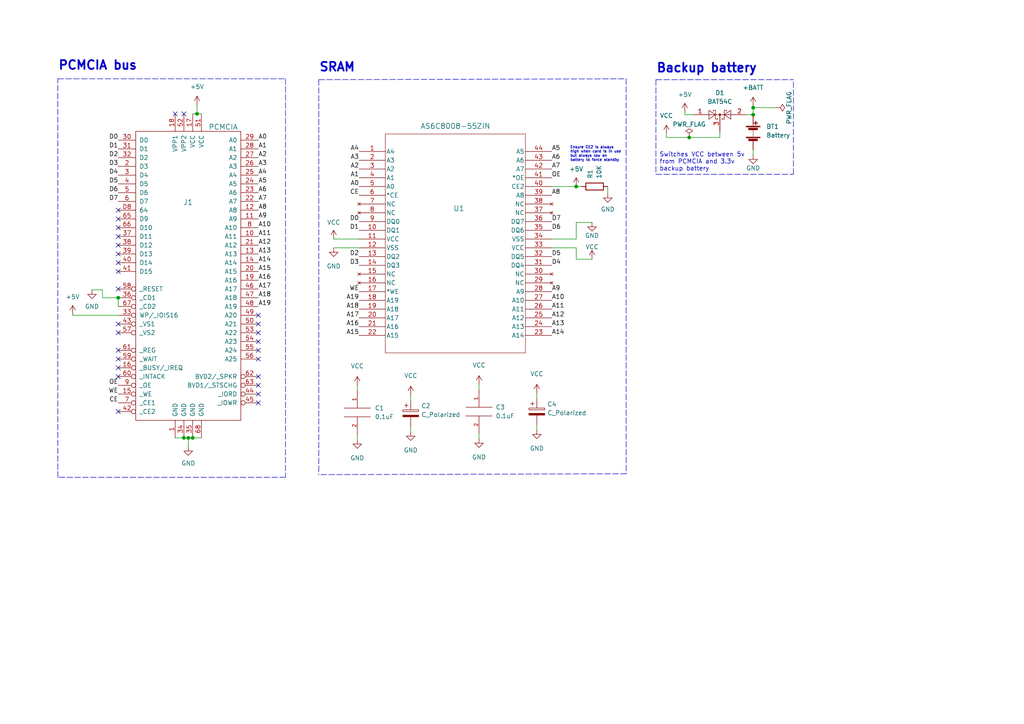
<source format=kicad_sch>
(kicad_sch (version 20211123) (generator eeschema)
  (paper "A4")
  (title_block (title "PCMCIA SRAM card") (date "2023-12-10") (rev "1"))
  (lib_symbols
    (symbol "Device:Battery" (pin_numbers hide) (pin_names (offset 0) hide)
      (property "Reference" "BT" (at 2.54 2.54 0))
      (property "Value" "Battery" (at 2.54 0 0))
      (symbol "Battery_0_1"
        (rectangle (start -2.032 -1.397) (end 2.032 -1.651) (fill (type outline)))
        (rectangle (start -2.032 1.778) (end 2.032 1.524) (fill (type outline)))
        (rectangle (start -1.3208 -1.9812) (end 1.27 -2.4892) (fill (type outline)))
        (rectangle (start -1.3208 1.1938) (end 1.27 0.6858) (fill (type outline)))
        (polyline (pts (xy 0 -1.524) (xy 0 -1.27)))
        (polyline (pts (xy 0 -1.016) (xy 0 -0.762)))
        (polyline (pts (xy 0 -0.508) (xy 0 -0.254)))
        (polyline (pts (xy 0 0) (xy 0 0.254)))
        (polyline (pts (xy 0 0.508) (xy 0 0.762)))
        (polyline (pts (xy 0 1.778) (xy 0 2.54)))
        (polyline (pts (xy 0.254 2.667) (xy 1.27 2.667)) (stroke (width 0.254)))
        (polyline (pts (xy 0.762 3.175) (xy 0.762 2.159)) (stroke (width 0.254)))
      )
      (symbol "Battery_1_1"
        (pin passive line (at 0 5.08 270) (length 2.54) (name "+") (number "1"))
        (pin passive line (at 0 -5.08 90) (length 2.54) (name "-") (number "2"))
      )
    )
    (symbol "Device:C_Polarized" (pin_numbers hide) (pin_names (offset 0.254))
      (property "Reference" "C" (at 0.635 2.54 0))
      (property "Value" "C_Polarized" (at 0.635 -2.54 0))
      (symbol "C_Polarized_0_1"
        (rectangle (start -2.286 0.508) (end 2.286 1.016))
        (polyline (pts (xy -1.778 2.286) (xy -0.762 2.286)))
        (polyline (pts (xy -1.27 2.794) (xy -1.27 1.778)))
        (rectangle (start 2.286 -0.508) (end -2.286 -1.016) (fill (type outline)))
      )
      (symbol "C_Polarized_1_1"
        (pin passive line (at 0 3.81 270) (length 2.794) (name "~") (number "1"))
        (pin passive line (at 0 -3.81 90) (length 2.794) (name "~") (number "2"))
      )
    )
    (symbol "Device:R" (pin_numbers hide) (pin_names (offset 0))
      (property "Reference" "R" (at 2.032 0 90))
      (property "Value" "R" (at 0 0 90))
      (symbol "R_0_1"
        (rectangle (start -1.016 -2.54) (end 1.016 2.54) (stroke (width 0.254)))
      )
      (symbol "R_1_1"
        (pin passive line (at 0 3.81 270) (length 1.27) (name "~") (number "1"))
        (pin passive line (at 0 -3.81 90) (length 1.27) (name "~") (number "2"))
      )
    )
    (symbol "Diode:BAT54C" (pin_names (offset 1.016))
      (property "Reference" "D" (at 0.635 -3.81 0))
      (property "Value" "BAT54C" (at -6.35 3.175 0))
      (symbol "BAT54C_0_1"
        (polyline (pts (xy -1.905 0) (xy 1.905 0)))
        (polyline (pts (xy -1.905 1.27) (xy -1.905 1.016)))
        (polyline (pts (xy -1.27 -1.27) (xy -0.635 -1.27)))
        (polyline (pts (xy -1.27 0) (xy -3.81 0)))
        (polyline (pts (xy -1.27 1.27) (xy -1.905 1.27)))
        (polyline (pts (xy -1.27 1.27) (xy -1.27 -1.27)))
        (polyline (pts (xy -0.635 -1.27) (xy -0.635 -1.016)))
        (polyline (pts (xy 0.635 -1.27) (xy 0.635 -1.016)))
        (polyline (pts (xy 1.27 -1.27) (xy 0.635 -1.27)))
        (polyline (pts (xy 1.27 1.27) (xy 1.27 -1.27)))
        (polyline (pts (xy 1.27 1.27) (xy 1.905 1.27)))
        (polyline (pts (xy 1.905 1.27) (xy 1.905 1.016)))
        (polyline (pts (xy 3.81 0) (xy 1.27 0)))
        (polyline (pts (xy -3.175 -1.27) (xy -3.175 1.27) (xy -1.27 0) (xy -3.175 -1.27)))
        (polyline (pts (xy 3.175 -1.27) (xy 3.175 1.27) (xy 1.27 0) (xy 3.175 -1.27)))
        (circle (center 0 0) (radius 0.254) (fill (type outline)))
      )
      (symbol "BAT54C_1_1"
        (pin passive line (at -7.62 0 0) (length 3.81) (name "~") (number "1"))
        (pin passive line (at 7.62 0 180) (length 3.81) (name "~") (number "2"))
        (pin passive line (at 0 -5.08 90) (length 5.08) (name "~") (number "3"))
      )
    )
    (symbol "pcmcia:AS6C8008-55ZIN" (pin_names (offset 0.254))
      (property "Reference" "U" (at 27.94 10.16 0))
      (property "Value" "AS6C8008-55ZIN" (at 27.94 7.62 0))
      (symbol "AS6C8008-55ZIN_0_1"
        (polyline (pts (xy 7.62 -58.42) (xy 48.26 -58.42)) (stroke (width 0.127)))
        (polyline (pts (xy 7.62 5.08) (xy 7.62 -58.42)) (stroke (width 0.127)))
        (polyline (pts (xy 48.26 -58.42) (xy 48.26 5.08)) (stroke (width 0.127)))
        (polyline (pts (xy 48.26 5.08) (xy 7.62 5.08)) (stroke (width 0.127)))
        (pin input line (at 0 0 0) (length 7.62) (name "A4") (number "1"))
        (pin bidirectional line (at 0 -22.86 0) (length 7.62) (name "DQ1") (number "10"))
        (pin power_in line (at 0 -25.4 0) (length 7.62) (name "VCC") (number "11"))
        (pin power_in line (at 0 -27.94 0) (length 7.62) (name "VSS") (number "12"))
        (pin bidirectional line (at 0 -30.48 0) (length 7.62) (name "DQ2") (number "13"))
        (pin bidirectional line (at 0 -33.02 0) (length 7.62) (name "DQ3") (number "14"))
        (pin no_connect line (at 0 -35.56 0) (length 7.62) (name "NC") (number "15"))
        (pin no_connect line (at 0 -38.1 0) (length 7.62) (name "NC") (number "16"))
        (pin input line (at 0 -40.64 0) (length 7.62) (name "*WE") (number "17"))
        (pin input line (at 0 -43.18 0) (length 7.62) (name "A19") (number "18"))
        (pin input line (at 0 -45.72 0) (length 7.62) (name "A18") (number "19"))
        (pin input line (at 0 -2.54 0) (length 7.62) (name "A3") (number "2"))
        (pin input line (at 0 -48.26 0) (length 7.62) (name "A17") (number "20"))
        (pin input line (at 0 -50.8 0) (length 7.62) (name "A16") (number "21"))
        (pin input line (at 0 -53.34 0) (length 7.62) (name "A15") (number "22"))
        (pin input line (at 55.88 -53.34 180) (length 7.62) (name "A14") (number "23"))
        (pin input line (at 55.88 -50.8 180) (length 7.62) (name "A13") (number "24"))
        (pin input line (at 55.88 -48.26 180) (length 7.62) (name "A12") (number "25"))
        (pin input line (at 55.88 -45.72 180) (length 7.62) (name "A11") (number "26"))
        (pin input line (at 55.88 -43.18 180) (length 7.62) (name "A10") (number "27"))
        (pin input line (at 55.88 -40.64 180) (length 7.62) (name "A9") (number "28"))
        (pin no_connect line (at 55.88 -38.1 180) (length 7.62) (name "NC") (number "29"))
        (pin input line (at 0 -5.08 0) (length 7.62) (name "A2") (number "3"))
        (pin no_connect line (at 55.88 -35.56 180) (length 7.62) (name "NC") (number "30"))
        (pin bidirectional line (at 55.88 -33.02 180) (length 7.62) (name "DQ4") (number "31"))
        (pin bidirectional line (at 55.88 -30.48 180) (length 7.62) (name "DQ5") (number "32"))
        (pin power_in line (at 55.88 -27.94 180) (length 7.62) (name "VCC") (number "33"))
        (pin power_in line (at 55.88 -25.4 180) (length 7.62) (name "VSS") (number "34"))
        (pin bidirectional line (at 55.88 -22.86 180) (length 7.62) (name "DQ6") (number "35"))
        (pin bidirectional line (at 55.88 -20.32 180) (length 7.62) (name "DQ7") (number "36"))
        (pin no_connect line (at 55.88 -17.78 180) (length 7.62) (name "NC") (number "37"))
        (pin no_connect line (at 55.88 -15.24 180) (length 7.62) (name "NC") (number "38"))
        (pin input line (at 55.88 -12.7 180) (length 7.62) (name "A8") (number "39"))
        (pin input line (at 0 -7.62 0) (length 7.62) (name "A1") (number "4"))
        (pin input line (at 55.88 -10.16 180) (length 7.62) (name "CE2") (number "40"))
        (pin bidirectional line (at 55.88 -7.62 180) (length 7.62) (name "*OE") (number "41"))
        (pin input line (at 55.88 -5.08 180) (length 7.62) (name "A7") (number "42"))
        (pin input line (at 55.88 -2.54 180) (length 7.62) (name "A6") (number "43"))
        (pin input line (at 55.88 0 180) (length 7.62) (name "A5") (number "44"))
        (pin input line (at 0 -10.16 0) (length 7.62) (name "A0") (number "5"))
        (pin input line (at 0 -12.7 0) (length 7.62) (name "*CE") (number "6"))
        (pin no_connect line (at 0 -15.24 0) (length 7.62) (name "NC") (number "7"))
        (pin no_connect line (at 0 -17.78 0) (length 7.62) (name "NC") (number "8"))
        (pin bidirectional line (at 0 -20.32 0) (length 7.62) (name "DQ0") (number "9"))
      )
    )
    (symbol "pcmcia:PCMCIA" (pin_names (offset 1.016))
      (property "Reference" "J1" (at 5.8294 30.734 0))
      (property "Value" "PCMCIA" (at 5.8294 26.924 0))
      (property "Footprint" "pcmcia:pcmcia" (at 0 0 0))
      (symbol "PCMCIA_0_1"
        (rectangle (start -15.24 25.4) (end 15.24 -58.42))
      )
      (symbol "PCMCIA_1_1"
        (pin power_out line (at -3.81 -63.5 90) (length 5.08) (name "GND") (number "1"))
        (pin output line (at 20.32 -5.08 180) (length 5.08) (name "A11") (number "10"))
        (pin output line (at 20.32 0 180) (length 5.08) (name "A9") (number "11"))
        (pin output line (at 20.32 2.54 180) (length 5.08) (name "A8") (number "12"))
        (pin output line (at 20.32 -10.16 180) (length 5.08) (name "A13") (number "13"))
        (pin output line (at 20.32 -12.7 180) (length 5.08) (name "A14") (number "14"))
        (pin output inverted (at -20.32 -50.8 0) (length 5.08) (name "_WE") (number "15"))
        (pin input inverted (at -20.32 -43.18 0) (length 5.08) (name "_BUSY/_IREQ") (number "16"))
        (pin power_out line (at 1.27 30.48 270) (length 5.08) (name "VCC") (number "17"))
        (pin power_in line (at -3.81 30.48 270) (length 5.08) (name "VPP1") (number "18"))
        (pin output line (at 20.32 -17.78 180) (length 5.08) (name "A16") (number "19"))
        (pin bidirectional line (at -20.32 15.24 0) (length 5.08) (name "D3") (number "2"))
        (pin output line (at 20.32 -15.24 180) (length 5.08) (name "A15") (number "20"))
        (pin output line (at 20.32 -7.62 180) (length 5.08) (name "A12") (number "21"))
        (pin output line (at 20.32 5.08 180) (length 5.08) (name "A7") (number "22"))
        (pin output line (at 20.32 7.62 180) (length 5.08) (name "A6") (number "23"))
        (pin output line (at 20.32 10.16 180) (length 5.08) (name "A5") (number "24"))
        (pin output line (at 20.32 12.7 180) (length 5.08) (name "A4") (number "25"))
        (pin output line (at 20.32 15.24 180) (length 5.08) (name "A3") (number "26"))
        (pin output line (at 20.32 17.78 180) (length 5.08) (name "A2") (number "27"))
        (pin output line (at 20.32 20.32 180) (length 5.08) (name "A1") (number "28"))
        (pin output line (at 20.32 22.86 180) (length 5.08) (name "A0") (number "29"))
        (pin bidirectional line (at -20.32 12.7 0) (length 5.08) (name "D4") (number "3"))
        (pin bidirectional line (at -20.32 22.86 0) (length 5.08) (name "D0") (number "30"))
        (pin bidirectional line (at -20.32 20.32 0) (length 5.08) (name "D1") (number "31"))
        (pin bidirectional line (at -20.32 17.78 0) (length 5.08) (name "D2") (number "32"))
        (pin input inverted (at -20.32 -27.94 0) (length 5.08) (name "WP/_IOIS16") (number "33"))
        (pin passive line (at -1.27 -63.5 90) (length 5.08) (name "GND") (number "34"))
        (pin passive line (at 1.27 -63.5 90) (length 5.08) (name "GND") (number "35"))
        (pin input inverted (at -20.32 -22.86 0) (length 5.08) (name "_CD1") (number "36"))
        (pin bidirectional line (at -20.32 -5.08 0) (length 5.08) (name "D11") (number "37"))
        (pin bidirectional line (at -20.32 -7.62 0) (length 5.08) (name "D12") (number "38"))
        (pin bidirectional line (at -20.32 -10.16 0) (length 5.08) (name "D13") (number "39"))
        (pin bidirectional line (at -20.32 10.16 0) (length 5.08) (name "D5") (number "4"))
        (pin bidirectional line (at -20.32 -12.7 0) (length 5.08) (name "D14") (number "40"))
        (pin bidirectional line (at -20.32 -15.24 0) (length 5.08) (name "D15") (number "41"))
        (pin output inverted (at -20.32 -55.88 0) (length 5.08) (name "_CE2") (number "42"))
        (pin input inverted (at -20.32 -30.48 0) (length 5.08) (name "_VS1") (number "43"))
        (pin output inverted (at 20.32 -50.8 180) (length 5.08) (name "_IORD") (number "44"))
        (pin output inverted (at 20.32 -53.34 180) (length 5.08) (name "_IOWR") (number "45"))
        (pin output line (at 20.32 -20.32 180) (length 5.08) (name "A17") (number "46"))
        (pin output line (at 20.32 -22.86 180) (length 5.08) (name "A18") (number "47"))
        (pin output line (at 20.32 -25.4 180) (length 5.08) (name "A19") (number "48"))
        (pin output line (at 20.32 -27.94 180) (length 5.08) (name "A20") (number "49"))
        (pin bidirectional line (at -20.32 7.62 0) (length 5.08) (name "D6") (number "5"))
        (pin output line (at 20.32 -30.48 180) (length 5.08) (name "A21") (number "50"))
        (pin passive line (at 3.81 30.48 270) (length 5.08) (name "VCC") (number "51"))
        (pin passive line (at -1.27 30.48 270) (length 5.08) (name "VPP2") (number "52"))
        (pin output line (at 20.32 -33.02 180) (length 5.08) (name "A22") (number "53"))
        (pin output line (at 20.32 -35.56 180) (length 5.08) (name "A23") (number "54"))
        (pin output line (at 20.32 -38.1 180) (length 5.08) (name "A24") (number "55"))
        (pin output line (at 20.32 -40.64 180) (length 5.08) (name "A25") (number "56"))
        (pin input inverted (at -20.32 -33.02 0) (length 5.08) (name "_VS2") (number "57"))
        (pin output inverted (at -20.32 -20.32 0) (length 5.08) (name "_RESET") (number "58"))
        (pin output inverted (at -20.32 -40.64 0) (length 5.08) (name "_WAIT") (number "59"))
        (pin bidirectional line (at -20.32 5.08 0) (length 5.08) (name "D7") (number "6"))
        (pin output inverted (at -20.32 -45.72 0) (length 5.08) (name "_INTACK") (number "60"))
        (pin output inverted (at -20.32 -38.1 0) (length 5.08) (name "_REG") (number "61"))
        (pin output inverted (at 20.32 -45.72 180) (length 5.08) (name "BVD2/_SPKR") (number "62"))
        (pin output inverted (at 20.32 -48.26 180) (length 5.08) (name "BVD1/_STSCHG") (number "63"))
        (pin bidirectional line (at -20.32 0 0) (length 5.08) (name "D9") (number "65"))
        (pin bidirectional line (at -20.32 -2.54 0) (length 5.08) (name "D10") (number "66"))
        (pin input inverted (at -20.32 -25.4 0) (length 5.08) (name "_CD2") (number "67"))
        (pin passive line (at 3.81 -63.5 90) (length 5.08) (name "GND") (number "68"))
        (pin output inverted (at -20.32 -53.34 0) (length 5.08) (name "_CE1") (number "7"))
        (pin output line (at 20.32 -2.54 180) (length 5.08) (name "A10") (number "8"))
        (pin output inverted (at -20.32 -48.26 0) (length 5.08) (name "_OE") (number "9"))
        (pin bidirectional line (at -20.32 2.54 0) (length 5.08) (name "64") (number "D8"))
      )
    )
    (symbol "power:+5V" (power) (pin_names (offset 0))
      (property "Value" "+5V" (at 0 3.556 0))
      (symbol "+5V_0_1"
        (polyline (pts (xy -0.762 1.27) (xy 0 2.54)))
        (polyline (pts (xy 0 0) (xy 0 2.54)))
        (polyline (pts (xy 0 2.54) (xy 0.762 1.27)))
      )
      (symbol "+5V_1_1"
        (pin power_in line (at 0 0 90) (length 0) hide (name "+5V") (number "1"))
      )
    )
    (symbol "power:+BATT" (power) (pin_names (offset 0))
      (property "Value" "+BATT" (at 0 3.556 0))
      (symbol "+BATT_0_1"
        (polyline (pts (xy -0.762 1.27) (xy 0 2.54)))
        (polyline (pts (xy 0 0) (xy 0 2.54)))
        (polyline (pts (xy 0 2.54) (xy 0.762 1.27)))
      )
      (symbol "+BATT_1_1"
        (pin power_in line (at 0 0 90) (length 0) hide (name "+BATT") (number "1"))
      )
    )
    (symbol "power:GND" (power) (pin_names (offset 0))
      (property "Value" "GND" (at 0 -3.81 0))
      (symbol "GND_0_1"
        (polyline (pts (xy 0 0) (xy 0 -1.27) (xy 1.27 -1.27) (xy 0 -2.54) (xy -1.27 -1.27) (xy 0 -1.27)))
      )
      (symbol "GND_1_1"
        (pin power_in line (at 0 0 270) (length 0) hide (name "GND") (number "1"))
      )
    )
    (symbol "power:PWR_FLAG" (power) (pin_numbers hide) (pin_names (offset 0) hide)
      (property "Value" "PWR_FLAG" (at 0 3.81 0))
      (symbol "PWR_FLAG_0_0"
        (pin power_out line (at 0 0 90) (length 0) (name "pwr") (number "1"))
      )
      (symbol "PWR_FLAG_0_1"
        (polyline (pts (xy 0 0) (xy 0 1.27) (xy -1.016 1.905) (xy 0 2.54) (xy 1.016 1.905) (xy 0 1.27)))
      )
    )
    (symbol "power:VCC" (power) (pin_names (offset 0))
      (property "Value" "VCC" (at 0 3.81 0))
      (symbol "VCC_0_1"
        (polyline (pts (xy -0.762 1.27) (xy 0 2.54)))
        (polyline (pts (xy 0 0) (xy 0 2.54)))
        (polyline (pts (xy 0 2.54) (xy 0.762 1.27)))
      )
      (symbol "VCC_1_1"
        (pin power_in line (at 0 0 90) (length 0) hide (name "VCC") (number "1"))
      )
    )
    (symbol "pspice:C" (pin_names (offset 0.254))
      (property "Reference" "C" (at 2.54 3.81 90))
      (property "Value" "C" (at 2.54 -3.81 90))
      (symbol "C_0_1"
        (polyline (pts (xy -3.81 -1.27) (xy 3.81 -1.27)))
        (polyline (pts (xy -3.81 1.27) (xy 3.81 1.27)))
      )
      (symbol "C_1_1"
        (pin passive line (at 0 6.35 270) (length 5.08) (name "~") (number "1"))
        (pin passive line (at 0 -6.35 90) (length 5.08) (name "~") (number "2"))
      )
    )
  )
  (junction (at 199.898 39.878))
  (junction (at 55.88 127))
  (junction (at 54.61 127))
  (junction (at 57.15 33.02))
  (junction (at 218.44 31.242))
  (junction (at 53.34 127))
  (junction (at 167.132 54.102))
  (junction (at 218.44 33.274))
  (junction (at 34.29 86.36))
  (no_connect (at 50.8 33.02))
  (no_connect (at 53.34 33.02))
  (no_connect (at 34.29 83.82))
  (no_connect (at 34.29 78.74))
  (no_connect (at 34.29 76.2))
  (no_connect (at 34.29 73.66))
  (no_connect (at 34.29 71.12))
  (no_connect (at 34.29 68.58))
  (no_connect (at 34.29 66.04))
  (no_connect (at 34.29 63.5))
  (no_connect (at 34.29 60.96))
  (no_connect (at 34.29 93.98))
  (no_connect (at 34.29 96.52))
  (no_connect (at 74.93 91.44))
  (no_connect (at 74.93 93.98))
  (no_connect (at 74.93 96.52))
  (no_connect (at 74.93 114.3))
  (no_connect (at 74.93 116.84))
  (no_connect (at 74.93 99.06))
  (no_connect (at 74.93 101.6))
  (no_connect (at 74.93 104.14))
  (no_connect (at 74.93 109.22))
  (no_connect (at 74.93 111.76))
  (no_connect (at 34.29 119.38))
  (no_connect (at 34.29 109.22))
  (no_connect (at 34.29 106.68))
  (no_connect (at 34.29 104.14))
  (no_connect (at 34.29 101.6))
  (wire (pts (xy 103.632 125.984) (xy 103.632 127.508)))
  (wire (pts (xy 155.702 114.046) (xy 155.702 115.57)))
  (polyline (pts (xy 92.456 23.114) (xy 181.61 22.86)))
  (wire (pts (xy 167.132 71.882) (xy 167.132 75.184)))
  (wire (pts (xy 218.44 31.242) (xy 225.044 31.242)))
  (wire (pts (xy 138.938 111.506) (xy 138.938 113.03)))
  (wire (pts (xy 167.132 54.102) (xy 168.656 54.102)))
  (polyline (pts (xy 82.804 138.43) (xy 16.764 138.43)))
  (polyline (pts (xy 16.764 138.43) (xy 16.764 22.86)))
  (wire (pts (xy 201.168 33.274) (xy 198.628 33.274)))
  (wire (pts (xy 193.294 39.878) (xy 193.294 38.862)))
  (polyline (pts (xy 190.246 23.114) (xy 190.246 50.546)))
  (wire (pts (xy 29.718 86.36) (xy 34.29 86.36)))
  (wire (pts (xy 119.126 123.698) (xy 119.126 125.222)))
  (wire (pts (xy 50.8 127) (xy 53.34 127)))
  (wire (pts (xy 138.938 125.73) (xy 138.938 127.254)))
  (wire (pts (xy 103.632 111.76) (xy 103.632 113.284)))
  (wire (pts (xy 57.15 30.48) (xy 57.15 33.02)))
  (wire (pts (xy 208.788 39.878) (xy 199.898 39.878)))
  (polyline (pts (xy 181.61 137.414) (xy 92.456 137.668)))
  (wire (pts (xy 176.276 54.102) (xy 176.276 56.134)))
  (polyline (pts (xy 230.124 50.546) (xy 230.124 23.114)))
  (wire (pts (xy 167.132 64.516) (xy 171.704 64.516)))
  (wire (pts (xy 167.132 69.342) (xy 167.132 64.516)))
  (wire (pts (xy 55.88 127) (xy 54.61 127)))
  (wire (pts (xy 96.774 71.882) (xy 104.14 71.882)))
  (wire (pts (xy 119.126 114.554) (xy 119.126 116.078)))
  (wire (pts (xy 57.15 33.02) (xy 58.42 33.02)))
  (wire (pts (xy 21.082 91.44) (xy 21.082 91.186)))
  (wire (pts (xy 167.132 75.184) (xy 171.704 75.184)))
  (wire (pts (xy 199.898 39.878) (xy 193.294 39.878)))
  (wire (pts (xy 198.628 32.512) (xy 198.628 33.274)))
  (wire (pts (xy 34.29 86.36) (xy 34.29 88.9)))
  (wire (pts (xy 208.788 38.354) (xy 208.788 39.878)))
  (wire (pts (xy 218.44 43.434) (xy 218.44 44.958)))
  (polyline (pts (xy 16.764 22.86) (xy 82.804 22.86)))
  (wire (pts (xy 218.44 31.242) (xy 218.44 33.274)))
  (wire (pts (xy 155.702 123.19) (xy 155.702 124.714)))
  (polyline (pts (xy 92.456 23.114) (xy 92.456 137.668)))
  (polyline (pts (xy 190.246 23.114) (xy 230.124 23.114)))
  (wire (pts (xy 218.44 30.734) (xy 218.44 31.242)))
  (wire (pts (xy 58.42 127) (xy 55.88 127)))
  (wire (pts (xy 160.02 54.102) (xy 167.132 54.102)))
  (wire (pts (xy 160.02 71.882) (xy 167.132 71.882)))
  (wire (pts (xy 26.67 84.074) (xy 29.718 84.074)))
  (polyline (pts (xy 190.246 50.546) (xy 230.124 50.546)))
  (polyline (pts (xy 82.804 22.86) (xy 82.804 138.43)))
  (wire (pts (xy 53.34 127) (xy 54.61 127)))
  (wire (pts (xy 160.02 69.342) (xy 167.132 69.342)))
  (wire (pts (xy 218.44 33.274) (xy 216.408 33.274)))
  (wire (pts (xy 54.61 127) (xy 54.61 129.54)))
  (wire (pts (xy 55.88 33.02) (xy 57.15 33.02)))
  (wire (pts (xy 34.29 91.44) (xy 21.082 91.44)))
  (wire (pts (xy 96.774 69.342) (xy 104.14 69.342)))
  (polyline (pts (xy 181.61 22.86) (xy 181.61 137.414)))
  (wire (pts (xy 29.718 84.074) (xy 29.718 86.36)))
  (text "Backup battery" (at 190.246 21.336 0) (effects (font (size 2.54 2.54) bold) (justify left bottom)))
  (text "Switches VCC between 5v \nfrom PCMCIA and 3.3v \nbackup battery" (at 191.262 49.784 0) (effects (font (size 1.27 1.27)) (justify left bottom)))
  (text "PCMCIA bus" (at 16.764 20.574 0) (effects (font (size 2.54 2.54) (thickness 0.508) bold) (justify left bottom)))
  (text "Ensure CE2 is always \nhigh when card is in use\nbut always low on \nbattery to force standby" (at 165.354 46.99 0) (effects (font (size 0.762 0.762)) (justify left bottom)))
  (text "SRAM" (at 92.456 21.082 0) (effects (font (size 2.54 2.54) bold) (justify left bottom)))
  (label "A11" (at 160.02 89.662 0))
  (label "A4" (at 74.93 50.8 0))
  (label "D7" (at 34.29 58.42 180))
  (label "D3" (at 104.14 76.962 180))
  (label "A7" (at 74.93 58.42 0))
  (label "A18" (at 104.14 89.662 180))
  (label "A8" (at 160.02 56.642 0))
  (label "D2" (at 104.14 74.422 180))
  (label "A13" (at 160.02 94.742 0))
  (label "A1" (at 104.14 51.562 180))
  (label "A11" (at 74.93 68.58 0))
  (label "A17" (at 104.14 92.202 180))
  (label "D0" (at 34.29 40.64 180))
  (label "A16" (at 74.93 81.28 0))
  (label "CE" (at 34.29 116.84 180))
  (label "A0" (at 74.93 40.64 0))
  (label "D4" (at 160.02 76.962 0))
  (label "D5" (at 160.02 74.422 0))
  (label "D2" (at 34.29 45.72 180))
  (label "A10" (at 160.02 87.122 0))
  (label "A9" (at 160.02 84.582 0))
  (label "A19" (at 74.93 88.9 0))
  (label "A0" (at 104.14 54.102 180))
  (label "A1" (at 74.93 43.18 0))
  (label "A5" (at 74.93 53.34 0))
  (label "A12" (at 160.02 92.202 0))
  (label "WE" (at 104.14 84.582 180))
  (label "A2" (at 104.14 49.022 180))
  (label "A3" (at 74.93 48.26 0))
  (label "A6" (at 74.93 55.88 0))
  (label "D6" (at 34.29 55.88 180))
  (label "A15" (at 104.14 97.282 180))
  (label "OE" (at 34.29 111.76 180))
  (label "A14" (at 160.02 97.282 0))
  (label "A4" (at 104.14 43.942 180))
  (label "A13" (at 74.93 73.66 0))
  (label "A19" (at 104.14 87.122 180))
  (label "D6" (at 160.02 66.802 0))
  (label "A10" (at 74.93 66.04 0))
  (label "A18" (at 74.93 86.36 0))
  (label "D5" (at 34.29 53.34 180))
  (label "A5" (at 160.02 43.942 0))
  (label "A2" (at 74.93 45.72 0))
  (label "A3" (at 104.14 46.482 180))
  (label "D3" (at 34.29 48.26 180))
  (label "A15" (at 74.93 78.74 0))
  (label "A8" (at 74.93 60.96 0))
  (label "CE" (at 104.14 56.642 180))
  (label "A12" (at 74.93 71.12 0))
  (label "A16" (at 104.14 94.742 180))
  (label "A17" (at 74.93 83.82 0))
  (label "D0" (at 104.14 64.262 180))
  (label "A9" (at 74.93 63.5 0))
  (label "WE" (at 34.29 114.3 180))
  (label "A7" (at 160.02 49.022 0))
  (label "D1" (at 34.29 43.18 180))
  (label "D4" (at 34.29 50.8 180))
  (label "A14" (at 74.93 76.2 0))
  (label "D1" (at 104.14 66.802 180))
  (label "OE" (at 160.02 51.562 0))
  (label "A6" (at 160.02 46.482 0))
  (label "D7" (at 160.02 64.262 0))
  (symbol (lib_id "power:PWR_FLAG") (at 225.044 31.242 270) (unit 1)
    (property "Reference" "#FLG0101" (effects hide))
    (property "Value" "PWR_FLAG" (at 228.854 26.416 0) (effects (justify left)))
  )
  (symbol (lib_id "power:VCC") (at 171.704 75.184 0) (mirror y) (unit 1)
    (property "Reference" "#PWR0109" (effects hide))
    (property "Value" "VCC" (at 171.704 71.628 0))
  )
  (symbol (lib_id "power:GND") (at 176.276 56.134 0) (unit 1)
    (property "Reference" "#PWR0115" (effects hide))
    (property "Value" "GND" (at 176.276 60.706 0))
  )
  (symbol (lib_id "power:VCC") (at 103.632 111.76 0) (unit 1)
    (property "Reference" "#PWR0121" (effects hide))
    (property "Value" "VCC" (at 103.632 106.172 0))
  )
  (symbol (lib_id "power:GND") (at 138.938 127.254 0) (unit 1)
    (property "Reference" "#PWR0118" (effects hide))
    (property "Value" "GND" (at 138.938 132.588 0))
  )
  (symbol (lib_id "pcmcia:PCMCIA") (at 54.61 63.5 0) (unit 1)
    (property "Reference" "J1" (at 53.086 58.674 0) (effects (font (size 1.524 1.524)) (justify left)))
    (property "Value" "PCMCIA" (at 60.4394 36.83 0) (effects (font (size 1.524 1.524)) (justify left)))
    (property "Footprint" "pcmcia:pcmcia" (effects hide))
  )
  (symbol (lib_id "Device:C_Polarized") (at 119.126 119.888 0) (unit 1)
    (property "Reference" "C2" (at 122.174 117.7289 0) (effects (justify left)))
    (property "Value" "C_Polarized" (at 122.174 120.2689 0) (effects (justify left)))
    (property "Footprint" "Capacitor_SMD:C_1206_3216Metric_Pad1.33x1.80mm_HandSolder" (effects hide))
  )
  (symbol (lib_id "power:GND") (at 155.702 124.714 0) (unit 1)
    (property "Reference" "#PWR0119" (effects hide))
    (property "Value" "GND" (at 155.702 130.048 0))
  )
  (symbol (lib_id "Device:R") (at 172.466 54.102 90) (unit 1)
    (property "Reference" "R1" (at 171.1959 51.816 0) (effects (justify left)))
    (property "Value" "10K" (at 173.7359 51.816 0) (effects (justify left)))
    (property "Footprint" "Resistor_SMD:R_0805_2012Metric_Pad1.20x1.40mm_HandSolder" (effects hide))
  )
  (symbol (lib_id "Device:Battery") (at 218.44 38.354 0) (unit 1)
    (property "Reference" "BT1" (at 222.25 36.7029 0) (effects (justify left)))
    (property "Value" "Battery" (at 222.25 39.2429 0) (effects (justify left)))
    (property "Footprint" "Battery:Battery_Panasonic_CR2032-VS1N_Vertical_CircularHoles" (effects hide))
  )
  (symbol (lib_id "power:+5V") (at 167.132 54.102 0) (unit 1)
    (property "Reference" "#PWR0114" (effects hide))
    (property "Value" "+5V" (at 167.132 49.022 0))
  )
  (symbol (lib_id "pspice:C") (at 138.938 119.38 0) (unit 1)
    (property "Reference" "C3" (at 143.764 118.1099 0) (effects (justify left)))
    (property "Value" "0.1uF" (at 143.764 120.6499 0) (effects (justify left)))
    (property "Footprint" "Capacitor_SMD:C_0805_2012Metric_Pad1.18x1.45mm_HandSolder" (effects hide))
  )
  (symbol (lib_id "Device:C_Polarized") (at 155.702 119.38 0) (unit 1)
    (property "Reference" "C4" (at 158.75 117.2209 0) (effects (justify left)))
    (property "Value" "C_Polarized" (at 158.75 119.7609 0) (effects (justify left)))
    (property "Footprint" "Capacitor_SMD:C_1206_3216Metric_Pad1.33x1.80mm_HandSolder" (effects hide))
  )
  (symbol (lib_id "power:VCC") (at 96.774 69.342 0) (unit 1)
    (property "Reference" "#PWR0107" (effects hide))
    (property "Value" "VCC" (at 96.774 64.516 0))
  )
  (symbol (lib_id "power:PWR_FLAG") (at 199.898 39.878 0) (unit 1)
    (property "Reference" "#FLG0102" (effects hide))
    (property "Value" "PWR_FLAG" (at 195.072 36.068 0) (effects (justify left)))
  )
  (symbol (lib_id "power:VCC") (at 155.702 114.046 0) (unit 1)
    (property "Reference" "#PWR0120" (effects hide))
    (property "Value" "VCC" (at 155.702 108.458 0))
  )
  (symbol (lib_id "power:GND") (at 171.704 64.516 0) (unit 1)
    (property "Reference" "#PWR0110" (effects hide))
    (property "Value" "GND" (at 171.704 68.326 0))
  )
  (symbol (lib_id "pcmcia:AS6C8008-55ZIN") (at 104.14 43.942 0) (unit 1)
    (property "Reference" "U1" (at 133.096 60.452 0) (effects (font (size 1.524 1.524))))
    (property "Value" "AS6C8008-55ZIN" (at 132.08 36.576 0) (effects (font (size 1.524 1.524))))
    (property "Footprint" "Package_SO:TSOP-II-44_10.16x18.41mm_P0.8mm" (effects hide))
    (property "Datasheet" "AS6C8008-55ZIN" (effects hide))
  )
  (symbol (lib_id "power:+5V") (at 198.628 32.512 0) (unit 1)
    (property "Reference" "#PWR0111" (effects hide))
    (property "Value" "+5V" (at 198.628 27.432 0))
  )
  (symbol (lib_id "power:GND") (at 103.632 127.508 0) (unit 1)
    (property "Reference" "#PWR0116" (effects hide))
    (property "Value" "GND" (at 103.632 132.842 0))
  )
  (symbol (lib_id "power:+BATT") (at 218.44 30.734 0) (unit 1)
    (property "Reference" "#PWR0105" (effects hide))
    (property "Value" "+BATT" (at 218.44 25.4 0))
  )
  (symbol (lib_id "power:GND") (at 218.44 44.958 0) (unit 1)
    (property "Reference" "#PWR0106" (effects hide))
    (property "Value" "GND" (at 218.44 48.768 0))
  )
  (symbol (lib_id "power:+5V") (at 21.082 91.186 0) (unit 1)
    (property "Reference" "#PWR0103" (effects hide))
    (property "Value" "+5V" (at 21.082 86.106 0))
  )
  (symbol (lib_id "power:GND") (at 119.126 125.222 0) (unit 1)
    (property "Reference" "#PWR0117" (effects hide))
    (property "Value" "GND" (at 119.126 130.556 0))
  )
  (symbol (lib_id "power:GND") (at 26.67 84.074 0) (unit 1)
    (property "Reference" "#PWR0102" (effects hide))
    (property "Value" "GND" (at 26.67 88.9 0))
  )
  (symbol (lib_id "power:GND") (at 54.61 129.54 0) (unit 1)
    (property "Reference" "#PWR0101" (effects hide))
    (property "Value" "GND" (at 54.61 134.366 0))
  )
  (symbol (lib_id "pspice:C") (at 103.632 119.634 0) (unit 1)
    (property "Reference" "C1" (at 108.712 118.3639 0) (effects (justify left)))
    (property "Value" "0.1uF" (at 108.712 120.9039 0) (effects (justify left)))
    (property "Footprint" "Capacitor_SMD:C_0805_2012Metric_Pad1.18x1.45mm_HandSolder" (effects hide))
  )
  (symbol (lib_id "power:VCC") (at 119.126 114.554 0) (unit 1)
    (property "Reference" "#PWR0122" (effects hide))
    (property "Value" "VCC" (at 119.126 108.966 0))
  )
  (symbol (lib_id "power:VCC") (at 193.294 38.862 0) (mirror y) (unit 1)
    (property "Reference" "#PWR0112" (effects hide))
    (property "Value" "VCC" (at 193.294 33.528 0))
  )
  (symbol (lib_id "power:VCC") (at 138.938 111.506 0) (unit 1)
    (property "Reference" "#PWR0123" (effects hide))
    (property "Value" "VCC" (at 138.938 105.918 0))
  )
  (symbol (lib_id "Diode:BAT54C") (at 208.788 33.274 0) (unit 1)
    (property "Reference" "D1" (at 208.788 26.924 0))
    (property "Value" "BAT54C" (at 208.788 29.464 0))
    (property "Footprint" "Package_TO_SOT_SMD:SOT-23" (effects hide))
    (property "Datasheet" "http://www.diodes.com/_files/datasheets/ds11005.pdf" (effects hide))
  )
  (symbol (lib_id "power:GND") (at 96.774 71.882 0) (unit 1)
    (property "Reference" "#PWR0108" (effects hide))
    (property "Value" "GND" (at 96.774 77.216 0))
  )
  (symbol (lib_id "power:+5V") (at 57.15 30.48 0) (unit 1)
    (property "Reference" "#PWR0104" (effects hide))
    (property "Value" "+5V" (at 57.15 25.146 0))
  )
)
</source>
